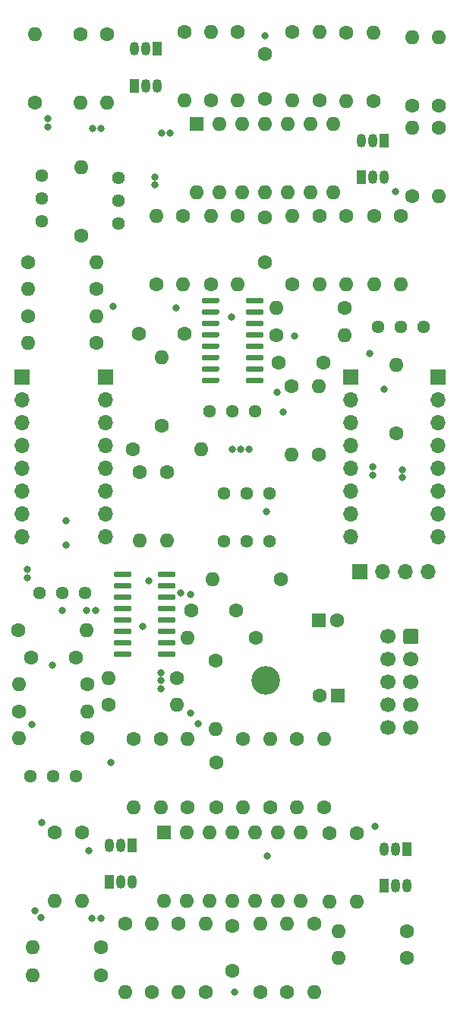
<source format=gbs>
G04 #@! TF.GenerationSoftware,KiCad,Pcbnew,8.0.6-8.0.6-0~ubuntu22.04.1*
G04 #@! TF.CreationDate,2025-01-13T21:54:26+00:00*
G04 #@! TF.ProjectId,Basic_VCA,42617369-635f-4564-9341-2e6b69636164,rev?*
G04 #@! TF.SameCoordinates,Original*
G04 #@! TF.FileFunction,Soldermask,Bot*
G04 #@! TF.FilePolarity,Negative*
%FSLAX46Y46*%
G04 Gerber Fmt 4.6, Leading zero omitted, Abs format (unit mm)*
G04 Created by KiCad (PCBNEW 8.0.6-8.0.6-0~ubuntu22.04.1) date 2025-01-13 21:54:26*
%MOMM*%
%LPD*%
G01*
G04 APERTURE LIST*
%ADD10R,1.700000X1.700000*%
%ADD11O,1.700000X1.700000*%
%ADD12C,3.200000*%
%ADD13C,1.600000*%
%ADD14O,1.600000X1.600000*%
%ADD15R,1.050000X1.500000*%
%ADD16O,1.050000X1.500000*%
%ADD17C,1.440000*%
%ADD18R,1.600000X1.600000*%
%ADD19C,1.700000*%
%ADD20C,0.800000*%
G04 APERTURE END LIST*
D10*
X93000000Y-76700000D03*
D11*
X93000000Y-79240000D03*
X93000000Y-81780000D03*
X93000000Y-84320000D03*
X93000000Y-86860000D03*
X93000000Y-89400000D03*
X93000000Y-91940000D03*
X93000000Y-94480000D03*
D10*
X56300000Y-76700000D03*
D11*
X56300000Y-79240000D03*
X56300000Y-81780000D03*
X56300000Y-84320000D03*
X56300000Y-86860000D03*
X56300000Y-89400000D03*
X56300000Y-91940000D03*
X56300000Y-94480000D03*
D10*
X94000000Y-98400000D03*
D11*
X96540000Y-98400000D03*
X99080000Y-98400000D03*
X101620000Y-98400000D03*
D12*
X83500000Y-110500000D03*
D10*
X102700000Y-76700000D03*
D11*
X102700000Y-79240000D03*
X102700000Y-81780000D03*
X102700000Y-84320000D03*
X102700000Y-86860000D03*
X102700000Y-89400000D03*
X102700000Y-91940000D03*
X102700000Y-94480000D03*
D10*
X65600000Y-76700000D03*
D11*
X65600000Y-79240000D03*
X65600000Y-81780000D03*
X65600000Y-84320000D03*
X65600000Y-86860000D03*
X65600000Y-89400000D03*
X65600000Y-91940000D03*
X65600000Y-94480000D03*
D13*
X74400000Y-71900000D03*
X69400000Y-71900000D03*
X82900000Y-145220000D03*
D14*
X82900000Y-137600000D03*
D13*
X72500000Y-87280000D03*
D14*
X72500000Y-94900000D03*
D15*
X96670000Y-50320000D03*
D16*
X95400000Y-50320000D03*
X94130000Y-50320000D03*
D13*
X92500000Y-58720000D03*
D14*
X92500000Y-66340000D03*
D13*
X63000000Y-127390000D03*
D14*
X63000000Y-135010000D03*
D13*
X84000000Y-124610000D03*
D14*
X84000000Y-116990000D03*
D13*
X64610000Y-66900000D03*
D14*
X56990000Y-66900000D03*
D13*
X98100000Y-82910000D03*
D14*
X98100000Y-75290000D03*
D13*
X76800000Y-145220000D03*
D14*
X76800000Y-137600000D03*
D13*
X80400000Y-58720000D03*
D14*
X80400000Y-66340000D03*
D13*
X63610000Y-110900000D03*
D14*
X55990000Y-110900000D03*
D13*
X90600000Y-127480000D03*
D14*
X90600000Y-135100000D03*
D13*
X71900000Y-82110000D03*
D14*
X71900000Y-74490000D03*
D13*
X86400000Y-77690000D03*
D14*
X86400000Y-85310000D03*
D13*
X74300000Y-58720000D03*
D14*
X74300000Y-66340000D03*
D13*
X65800000Y-38510000D03*
D14*
X65800000Y-46130000D03*
D13*
X98600000Y-58710000D03*
D14*
X98600000Y-66330000D03*
D13*
X95600000Y-58710000D03*
D14*
X95600000Y-66330000D03*
D15*
X71370000Y-40130000D03*
D16*
X70100000Y-40130000D03*
X68830000Y-40130000D03*
D13*
X67800000Y-137600000D03*
D14*
X67800000Y-145220000D03*
D13*
X85900000Y-145220000D03*
D14*
X85900000Y-137600000D03*
D17*
X58500000Y-54260000D03*
X58500000Y-56800000D03*
X58500000Y-59340000D03*
D13*
X89500000Y-45840000D03*
D14*
X89500000Y-38220000D03*
D13*
X74400000Y-38210000D03*
D14*
X74400000Y-45830000D03*
D13*
X83400000Y-45720000D03*
X83400000Y-40720000D03*
X55880000Y-104902000D03*
D14*
X63500000Y-104902000D03*
D13*
X89500000Y-58720000D03*
D14*
X89500000Y-66340000D03*
D13*
X73600000Y-110200000D03*
D14*
X65980000Y-110200000D03*
D13*
X95500000Y-45920000D03*
D14*
X95500000Y-38300000D03*
D13*
X64610000Y-72900000D03*
D14*
X56990000Y-72900000D03*
D13*
X62300000Y-107900000D03*
X57300000Y-107900000D03*
D15*
X96730000Y-133300000D03*
D16*
X98000000Y-133300000D03*
X99270000Y-133300000D03*
D13*
X68800000Y-117000000D03*
D14*
X68800000Y-124620000D03*
D13*
X65110000Y-140150000D03*
D14*
X57490000Y-140150000D03*
D13*
X77400000Y-45830000D03*
D14*
X77400000Y-38210000D03*
D13*
X102800000Y-46420000D03*
D14*
X102800000Y-38800000D03*
D13*
X86500000Y-38210000D03*
D14*
X86500000Y-45830000D03*
D13*
X55990000Y-113900000D03*
D14*
X63610000Y-113900000D03*
D13*
X77900000Y-108300000D03*
D14*
X77900000Y-115920000D03*
D13*
X99210000Y-141400000D03*
D14*
X91590000Y-141400000D03*
D13*
X99800000Y-56530000D03*
D14*
X99800000Y-48910000D03*
D13*
X88900000Y-137600000D03*
D14*
X88900000Y-145220000D03*
D13*
X70800000Y-145220000D03*
D14*
X70800000Y-137600000D03*
D13*
X84690000Y-72000000D03*
D14*
X92310000Y-72000000D03*
D13*
X62800000Y-38500000D03*
D14*
X62800000Y-46120000D03*
D13*
X85210000Y-99200000D03*
D14*
X77590000Y-99200000D03*
D13*
X68690000Y-84700000D03*
D14*
X76310000Y-84700000D03*
D13*
X82410000Y-105700000D03*
D14*
X74790000Y-105700000D03*
D13*
X60000000Y-127390000D03*
D14*
X60000000Y-135010000D03*
D13*
X74800000Y-124610000D03*
D14*
X74800000Y-116990000D03*
D13*
X57800000Y-46100000D03*
D14*
X57800000Y-38480000D03*
D13*
X65990000Y-113200000D03*
D14*
X73610000Y-113200000D03*
D17*
X78860000Y-89600000D03*
X81400000Y-89600000D03*
X83940000Y-89600000D03*
X78860000Y-95000000D03*
X81400000Y-95000000D03*
X83940000Y-95000000D03*
D18*
X89460000Y-103800000D03*
D13*
X91460000Y-103800000D03*
X81000000Y-117000000D03*
D14*
X81000000Y-124620000D03*
D13*
X69460000Y-87280000D03*
D14*
X69460000Y-94900000D03*
D13*
X93700000Y-127480000D03*
D14*
X93700000Y-135100000D03*
D13*
X92310000Y-69000000D03*
D14*
X84690000Y-69000000D03*
D13*
X86500000Y-66340000D03*
D14*
X86500000Y-58720000D03*
D17*
X96010000Y-71100000D03*
X98550000Y-71100000D03*
X101090000Y-71100000D03*
D13*
X73800000Y-137600000D03*
D14*
X73800000Y-145220000D03*
D18*
X72175000Y-127400000D03*
D14*
X74715000Y-127400000D03*
X77255000Y-127400000D03*
X79795000Y-127400000D03*
X82335000Y-127400000D03*
X84875000Y-127400000D03*
X87415000Y-127400000D03*
X87415000Y-135020000D03*
X84875000Y-135020000D03*
X82335000Y-135020000D03*
X79795000Y-135020000D03*
X77255000Y-135020000D03*
X74715000Y-135020000D03*
X72175000Y-135020000D03*
G36*
G01*
X73450000Y-98505000D02*
X73450000Y-98805000D01*
G75*
G02*
X73300000Y-98955000I-150000J0D01*
G01*
X71650000Y-98955000D01*
G75*
G02*
X71500000Y-98805000I0J150000D01*
G01*
X71500000Y-98505000D01*
G75*
G02*
X71650000Y-98355000I150000J0D01*
G01*
X73300000Y-98355000D01*
G75*
G02*
X73450000Y-98505000I0J-150000D01*
G01*
G37*
G36*
G01*
X73450000Y-99775000D02*
X73450000Y-100075000D01*
G75*
G02*
X73300000Y-100225000I-150000J0D01*
G01*
X71650000Y-100225000D01*
G75*
G02*
X71500000Y-100075000I0J150000D01*
G01*
X71500000Y-99775000D01*
G75*
G02*
X71650000Y-99625000I150000J0D01*
G01*
X73300000Y-99625000D01*
G75*
G02*
X73450000Y-99775000I0J-150000D01*
G01*
G37*
G36*
G01*
X73450000Y-101045000D02*
X73450000Y-101345000D01*
G75*
G02*
X73300000Y-101495000I-150000J0D01*
G01*
X71650000Y-101495000D01*
G75*
G02*
X71500000Y-101345000I0J150000D01*
G01*
X71500000Y-101045000D01*
G75*
G02*
X71650000Y-100895000I150000J0D01*
G01*
X73300000Y-100895000D01*
G75*
G02*
X73450000Y-101045000I0J-150000D01*
G01*
G37*
G36*
G01*
X73450000Y-102315000D02*
X73450000Y-102615000D01*
G75*
G02*
X73300000Y-102765000I-150000J0D01*
G01*
X71650000Y-102765000D01*
G75*
G02*
X71500000Y-102615000I0J150000D01*
G01*
X71500000Y-102315000D01*
G75*
G02*
X71650000Y-102165000I150000J0D01*
G01*
X73300000Y-102165000D01*
G75*
G02*
X73450000Y-102315000I0J-150000D01*
G01*
G37*
G36*
G01*
X73450000Y-103585000D02*
X73450000Y-103885000D01*
G75*
G02*
X73300000Y-104035000I-150000J0D01*
G01*
X71650000Y-104035000D01*
G75*
G02*
X71500000Y-103885000I0J150000D01*
G01*
X71500000Y-103585000D01*
G75*
G02*
X71650000Y-103435000I150000J0D01*
G01*
X73300000Y-103435000D01*
G75*
G02*
X73450000Y-103585000I0J-150000D01*
G01*
G37*
G36*
G01*
X73450000Y-104855000D02*
X73450000Y-105155000D01*
G75*
G02*
X73300000Y-105305000I-150000J0D01*
G01*
X71650000Y-105305000D01*
G75*
G02*
X71500000Y-105155000I0J150000D01*
G01*
X71500000Y-104855000D01*
G75*
G02*
X71650000Y-104705000I150000J0D01*
G01*
X73300000Y-104705000D01*
G75*
G02*
X73450000Y-104855000I0J-150000D01*
G01*
G37*
G36*
G01*
X73450000Y-106125000D02*
X73450000Y-106425000D01*
G75*
G02*
X73300000Y-106575000I-150000J0D01*
G01*
X71650000Y-106575000D01*
G75*
G02*
X71500000Y-106425000I0J150000D01*
G01*
X71500000Y-106125000D01*
G75*
G02*
X71650000Y-105975000I150000J0D01*
G01*
X73300000Y-105975000D01*
G75*
G02*
X73450000Y-106125000I0J-150000D01*
G01*
G37*
G36*
G01*
X73450000Y-107395000D02*
X73450000Y-107695000D01*
G75*
G02*
X73300000Y-107845000I-150000J0D01*
G01*
X71650000Y-107845000D01*
G75*
G02*
X71500000Y-107695000I0J150000D01*
G01*
X71500000Y-107395000D01*
G75*
G02*
X71650000Y-107245000I150000J0D01*
G01*
X73300000Y-107245000D01*
G75*
G02*
X73450000Y-107395000I0J-150000D01*
G01*
G37*
G36*
G01*
X68500000Y-107395000D02*
X68500000Y-107695000D01*
G75*
G02*
X68350000Y-107845000I-150000J0D01*
G01*
X66700000Y-107845000D01*
G75*
G02*
X66550000Y-107695000I0J150000D01*
G01*
X66550000Y-107395000D01*
G75*
G02*
X66700000Y-107245000I150000J0D01*
G01*
X68350000Y-107245000D01*
G75*
G02*
X68500000Y-107395000I0J-150000D01*
G01*
G37*
G36*
G01*
X68500000Y-106125000D02*
X68500000Y-106425000D01*
G75*
G02*
X68350000Y-106575000I-150000J0D01*
G01*
X66700000Y-106575000D01*
G75*
G02*
X66550000Y-106425000I0J150000D01*
G01*
X66550000Y-106125000D01*
G75*
G02*
X66700000Y-105975000I150000J0D01*
G01*
X68350000Y-105975000D01*
G75*
G02*
X68500000Y-106125000I0J-150000D01*
G01*
G37*
G36*
G01*
X68500000Y-104855000D02*
X68500000Y-105155000D01*
G75*
G02*
X68350000Y-105305000I-150000J0D01*
G01*
X66700000Y-105305000D01*
G75*
G02*
X66550000Y-105155000I0J150000D01*
G01*
X66550000Y-104855000D01*
G75*
G02*
X66700000Y-104705000I150000J0D01*
G01*
X68350000Y-104705000D01*
G75*
G02*
X68500000Y-104855000I0J-150000D01*
G01*
G37*
G36*
G01*
X68500000Y-103585000D02*
X68500000Y-103885000D01*
G75*
G02*
X68350000Y-104035000I-150000J0D01*
G01*
X66700000Y-104035000D01*
G75*
G02*
X66550000Y-103885000I0J150000D01*
G01*
X66550000Y-103585000D01*
G75*
G02*
X66700000Y-103435000I150000J0D01*
G01*
X68350000Y-103435000D01*
G75*
G02*
X68500000Y-103585000I0J-150000D01*
G01*
G37*
G36*
G01*
X68500000Y-102315000D02*
X68500000Y-102615000D01*
G75*
G02*
X68350000Y-102765000I-150000J0D01*
G01*
X66700000Y-102765000D01*
G75*
G02*
X66550000Y-102615000I0J150000D01*
G01*
X66550000Y-102315000D01*
G75*
G02*
X66700000Y-102165000I150000J0D01*
G01*
X68350000Y-102165000D01*
G75*
G02*
X68500000Y-102315000I0J-150000D01*
G01*
G37*
G36*
G01*
X68500000Y-101045000D02*
X68500000Y-101345000D01*
G75*
G02*
X68350000Y-101495000I-150000J0D01*
G01*
X66700000Y-101495000D01*
G75*
G02*
X66550000Y-101345000I0J150000D01*
G01*
X66550000Y-101045000D01*
G75*
G02*
X66700000Y-100895000I150000J0D01*
G01*
X68350000Y-100895000D01*
G75*
G02*
X68500000Y-101045000I0J-150000D01*
G01*
G37*
G36*
G01*
X68500000Y-99775000D02*
X68500000Y-100075000D01*
G75*
G02*
X68350000Y-100225000I-150000J0D01*
G01*
X66700000Y-100225000D01*
G75*
G02*
X66550000Y-100075000I0J150000D01*
G01*
X66550000Y-99775000D01*
G75*
G02*
X66700000Y-99625000I150000J0D01*
G01*
X68350000Y-99625000D01*
G75*
G02*
X68500000Y-99775000I0J-150000D01*
G01*
G37*
G36*
G01*
X68500000Y-98505000D02*
X68500000Y-98805000D01*
G75*
G02*
X68350000Y-98955000I-150000J0D01*
G01*
X66700000Y-98955000D01*
G75*
G02*
X66550000Y-98805000I0J150000D01*
G01*
X66550000Y-98505000D01*
G75*
G02*
X66700000Y-98355000I150000J0D01*
G01*
X68350000Y-98355000D01*
G75*
G02*
X68500000Y-98505000I0J-150000D01*
G01*
G37*
D13*
X102800000Y-48910000D03*
D14*
X102800000Y-56530000D03*
D13*
X87000000Y-116990000D03*
D14*
X87000000Y-124610000D03*
D15*
X68830000Y-44220000D03*
D16*
X70100000Y-44220000D03*
X71370000Y-44220000D03*
D13*
X92500000Y-38300000D03*
D14*
X92500000Y-45920000D03*
D13*
X71300000Y-66350000D03*
D14*
X71300000Y-58730000D03*
D13*
X79800000Y-142800000D03*
X79800000Y-137800000D03*
X62900000Y-60910000D03*
D14*
X62900000Y-53290000D03*
D13*
X71800000Y-116990000D03*
D14*
X71800000Y-124610000D03*
D15*
X99270000Y-129270000D03*
D16*
X98000000Y-129270000D03*
X96730000Y-129270000D03*
D17*
X62340000Y-121100000D03*
X59800000Y-121100000D03*
X57260000Y-121100000D03*
D13*
X80200000Y-102700000D03*
X75200000Y-102700000D03*
X99230000Y-138400000D03*
D14*
X91610000Y-138400000D03*
D13*
X83400000Y-63920000D03*
X83400000Y-58920000D03*
X89400000Y-85310000D03*
D14*
X89400000Y-77690000D03*
D13*
X63600000Y-116900000D03*
D14*
X55980000Y-116900000D03*
D17*
X63380000Y-100700000D03*
X60840000Y-100700000D03*
X58300000Y-100700000D03*
D13*
X90000000Y-124610000D03*
D14*
X90000000Y-116990000D03*
G36*
G01*
X100550000Y-104980000D02*
X100550000Y-106180000D01*
G75*
G02*
X100300000Y-106430000I-250000J0D01*
G01*
X99100000Y-106430000D01*
G75*
G02*
X98850000Y-106180000I0J250000D01*
G01*
X98850000Y-104980000D01*
G75*
G02*
X99100000Y-104730000I250000J0D01*
G01*
X100300000Y-104730000D01*
G75*
G02*
X100550000Y-104980000I0J-250000D01*
G01*
G37*
D19*
X97160000Y-105580000D03*
X99700000Y-108120000D03*
X97160000Y-108120000D03*
X99700000Y-110660000D03*
X97160000Y-110660000D03*
X99700000Y-113200000D03*
X97160000Y-113200000D03*
X99700000Y-115740000D03*
X97160000Y-115740000D03*
D13*
X77400000Y-66340000D03*
D14*
X77400000Y-58720000D03*
D18*
X91515112Y-112120000D03*
D13*
X89515112Y-112120000D03*
X65110000Y-143300000D03*
D14*
X57490000Y-143300000D03*
D13*
X56990000Y-63900000D03*
D14*
X64610000Y-63900000D03*
D13*
X56990000Y-69900000D03*
D14*
X64610000Y-69900000D03*
D13*
X78000000Y-124600000D03*
X78000000Y-119600000D03*
D18*
X75775000Y-48520000D03*
D14*
X78315000Y-48520000D03*
X80855000Y-48520000D03*
X83395000Y-48520000D03*
X85935000Y-48520000D03*
X88475000Y-48520000D03*
X91015000Y-48520000D03*
X91015000Y-56140000D03*
X88475000Y-56140000D03*
X85935000Y-56140000D03*
X83395000Y-56140000D03*
X80855000Y-56140000D03*
X78315000Y-56140000D03*
X75775000Y-56140000D03*
D17*
X77260000Y-80500000D03*
X79800000Y-80500000D03*
X82340000Y-80500000D03*
D13*
X89900000Y-75100000D03*
X84900000Y-75100000D03*
G36*
G01*
X83250000Y-68005000D02*
X83250000Y-68305000D01*
G75*
G02*
X83100000Y-68455000I-150000J0D01*
G01*
X81450000Y-68455000D01*
G75*
G02*
X81300000Y-68305000I0J150000D01*
G01*
X81300000Y-68005000D01*
G75*
G02*
X81450000Y-67855000I150000J0D01*
G01*
X83100000Y-67855000D01*
G75*
G02*
X83250000Y-68005000I0J-150000D01*
G01*
G37*
G36*
G01*
X83250000Y-69275000D02*
X83250000Y-69575000D01*
G75*
G02*
X83100000Y-69725000I-150000J0D01*
G01*
X81450000Y-69725000D01*
G75*
G02*
X81300000Y-69575000I0J150000D01*
G01*
X81300000Y-69275000D01*
G75*
G02*
X81450000Y-69125000I150000J0D01*
G01*
X83100000Y-69125000D01*
G75*
G02*
X83250000Y-69275000I0J-150000D01*
G01*
G37*
G36*
G01*
X83250000Y-70545000D02*
X83250000Y-70845000D01*
G75*
G02*
X83100000Y-70995000I-150000J0D01*
G01*
X81450000Y-70995000D01*
G75*
G02*
X81300000Y-70845000I0J150000D01*
G01*
X81300000Y-70545000D01*
G75*
G02*
X81450000Y-70395000I150000J0D01*
G01*
X83100000Y-70395000D01*
G75*
G02*
X83250000Y-70545000I0J-150000D01*
G01*
G37*
G36*
G01*
X83250000Y-71815000D02*
X83250000Y-72115000D01*
G75*
G02*
X83100000Y-72265000I-150000J0D01*
G01*
X81450000Y-72265000D01*
G75*
G02*
X81300000Y-72115000I0J150000D01*
G01*
X81300000Y-71815000D01*
G75*
G02*
X81450000Y-71665000I150000J0D01*
G01*
X83100000Y-71665000D01*
G75*
G02*
X83250000Y-71815000I0J-150000D01*
G01*
G37*
G36*
G01*
X83250000Y-73085000D02*
X83250000Y-73385000D01*
G75*
G02*
X83100000Y-73535000I-150000J0D01*
G01*
X81450000Y-73535000D01*
G75*
G02*
X81300000Y-73385000I0J150000D01*
G01*
X81300000Y-73085000D01*
G75*
G02*
X81450000Y-72935000I150000J0D01*
G01*
X83100000Y-72935000D01*
G75*
G02*
X83250000Y-73085000I0J-150000D01*
G01*
G37*
G36*
G01*
X83250000Y-74355000D02*
X83250000Y-74655000D01*
G75*
G02*
X83100000Y-74805000I-150000J0D01*
G01*
X81450000Y-74805000D01*
G75*
G02*
X81300000Y-74655000I0J150000D01*
G01*
X81300000Y-74355000D01*
G75*
G02*
X81450000Y-74205000I150000J0D01*
G01*
X83100000Y-74205000D01*
G75*
G02*
X83250000Y-74355000I0J-150000D01*
G01*
G37*
G36*
G01*
X83250000Y-75625000D02*
X83250000Y-75925000D01*
G75*
G02*
X83100000Y-76075000I-150000J0D01*
G01*
X81450000Y-76075000D01*
G75*
G02*
X81300000Y-75925000I0J150000D01*
G01*
X81300000Y-75625000D01*
G75*
G02*
X81450000Y-75475000I150000J0D01*
G01*
X83100000Y-75475000D01*
G75*
G02*
X83250000Y-75625000I0J-150000D01*
G01*
G37*
G36*
G01*
X83250000Y-76895000D02*
X83250000Y-77195000D01*
G75*
G02*
X83100000Y-77345000I-150000J0D01*
G01*
X81450000Y-77345000D01*
G75*
G02*
X81300000Y-77195000I0J150000D01*
G01*
X81300000Y-76895000D01*
G75*
G02*
X81450000Y-76745000I150000J0D01*
G01*
X83100000Y-76745000D01*
G75*
G02*
X83250000Y-76895000I0J-150000D01*
G01*
G37*
G36*
G01*
X78300000Y-76895000D02*
X78300000Y-77195000D01*
G75*
G02*
X78150000Y-77345000I-150000J0D01*
G01*
X76500000Y-77345000D01*
G75*
G02*
X76350000Y-77195000I0J150000D01*
G01*
X76350000Y-76895000D01*
G75*
G02*
X76500000Y-76745000I150000J0D01*
G01*
X78150000Y-76745000D01*
G75*
G02*
X78300000Y-76895000I0J-150000D01*
G01*
G37*
G36*
G01*
X78300000Y-75625000D02*
X78300000Y-75925000D01*
G75*
G02*
X78150000Y-76075000I-150000J0D01*
G01*
X76500000Y-76075000D01*
G75*
G02*
X76350000Y-75925000I0J150000D01*
G01*
X76350000Y-75625000D01*
G75*
G02*
X76500000Y-75475000I150000J0D01*
G01*
X78150000Y-75475000D01*
G75*
G02*
X78300000Y-75625000I0J-150000D01*
G01*
G37*
G36*
G01*
X78300000Y-74355000D02*
X78300000Y-74655000D01*
G75*
G02*
X78150000Y-74805000I-150000J0D01*
G01*
X76500000Y-74805000D01*
G75*
G02*
X76350000Y-74655000I0J150000D01*
G01*
X76350000Y-74355000D01*
G75*
G02*
X76500000Y-74205000I150000J0D01*
G01*
X78150000Y-74205000D01*
G75*
G02*
X78300000Y-74355000I0J-150000D01*
G01*
G37*
G36*
G01*
X78300000Y-73085000D02*
X78300000Y-73385000D01*
G75*
G02*
X78150000Y-73535000I-150000J0D01*
G01*
X76500000Y-73535000D01*
G75*
G02*
X76350000Y-73385000I0J150000D01*
G01*
X76350000Y-73085000D01*
G75*
G02*
X76500000Y-72935000I150000J0D01*
G01*
X78150000Y-72935000D01*
G75*
G02*
X78300000Y-73085000I0J-150000D01*
G01*
G37*
G36*
G01*
X78300000Y-71815000D02*
X78300000Y-72115000D01*
G75*
G02*
X78150000Y-72265000I-150000J0D01*
G01*
X76500000Y-72265000D01*
G75*
G02*
X76350000Y-72115000I0J150000D01*
G01*
X76350000Y-71815000D01*
G75*
G02*
X76500000Y-71665000I150000J0D01*
G01*
X78150000Y-71665000D01*
G75*
G02*
X78300000Y-71815000I0J-150000D01*
G01*
G37*
G36*
G01*
X78300000Y-70545000D02*
X78300000Y-70845000D01*
G75*
G02*
X78150000Y-70995000I-150000J0D01*
G01*
X76500000Y-70995000D01*
G75*
G02*
X76350000Y-70845000I0J150000D01*
G01*
X76350000Y-70545000D01*
G75*
G02*
X76500000Y-70395000I150000J0D01*
G01*
X78150000Y-70395000D01*
G75*
G02*
X78300000Y-70545000I0J-150000D01*
G01*
G37*
G36*
G01*
X78300000Y-69275000D02*
X78300000Y-69575000D01*
G75*
G02*
X78150000Y-69725000I-150000J0D01*
G01*
X76500000Y-69725000D01*
G75*
G02*
X76350000Y-69575000I0J150000D01*
G01*
X76350000Y-69275000D01*
G75*
G02*
X76500000Y-69125000I150000J0D01*
G01*
X78150000Y-69125000D01*
G75*
G02*
X78300000Y-69275000I0J-150000D01*
G01*
G37*
G36*
G01*
X78300000Y-68005000D02*
X78300000Y-68305000D01*
G75*
G02*
X78150000Y-68455000I-150000J0D01*
G01*
X76500000Y-68455000D01*
G75*
G02*
X76350000Y-68305000I0J150000D01*
G01*
X76350000Y-68005000D01*
G75*
G02*
X76500000Y-67855000I150000J0D01*
G01*
X78150000Y-67855000D01*
G75*
G02*
X78300000Y-68005000I0J-150000D01*
G01*
G37*
D15*
X66030000Y-132900000D03*
D16*
X67300000Y-132900000D03*
X68570000Y-132900000D03*
D17*
X67100000Y-54530000D03*
X67100000Y-57070000D03*
X67100000Y-59610000D03*
D15*
X94130000Y-54420000D03*
D16*
X95400000Y-54420000D03*
X96670000Y-54420000D03*
D13*
X80400000Y-38210000D03*
D14*
X80400000Y-45830000D03*
D13*
X99800000Y-46420000D03*
D14*
X99800000Y-38800000D03*
D15*
X68600238Y-128800000D03*
D16*
X67330238Y-128800000D03*
X66060238Y-128800000D03*
D20*
X95400000Y-86700000D03*
X57400000Y-115400000D03*
X60800000Y-102700000D03*
X95700000Y-126700000D03*
X80700000Y-84700000D03*
X66500000Y-68800000D03*
X83400000Y-38700000D03*
X71800000Y-109600000D03*
X63800000Y-129400000D03*
X63500000Y-102700000D03*
X64100000Y-137000000D03*
X59200000Y-48800000D03*
X98700000Y-87900000D03*
X71900000Y-49500000D03*
X58400000Y-136900000D03*
X71800000Y-110500000D03*
X65100000Y-49000000D03*
X57800000Y-136100000D03*
X71800000Y-111400000D03*
X71100000Y-54400000D03*
X80000000Y-145200000D03*
X56900000Y-99000000D03*
X71100000Y-55300000D03*
X75100000Y-100900000D03*
X64200000Y-49000000D03*
X98700000Y-87000000D03*
X56900000Y-98100000D03*
X98000000Y-56000000D03*
X65100000Y-137000000D03*
X72800000Y-49500000D03*
X81600000Y-84700000D03*
X64500000Y-102700000D03*
X79800000Y-84700000D03*
X86700000Y-72100000D03*
X95400000Y-87600000D03*
X59200000Y-47900000D03*
X96700000Y-78000000D03*
X84800000Y-78400000D03*
X61250000Y-92650000D03*
X61250000Y-95410659D03*
X59700000Y-108800000D03*
X58500000Y-126300000D03*
X83600000Y-91700000D03*
X74000000Y-100700000D03*
X83650000Y-130050000D03*
X76000000Y-115300000D03*
X75100000Y-114100000D03*
X69750000Y-104449999D03*
X66200000Y-119600000D03*
X85430331Y-80569669D03*
X73500000Y-69000000D03*
X79700000Y-70000000D03*
X95080331Y-74019669D03*
X70500000Y-99400000D03*
M02*

</source>
